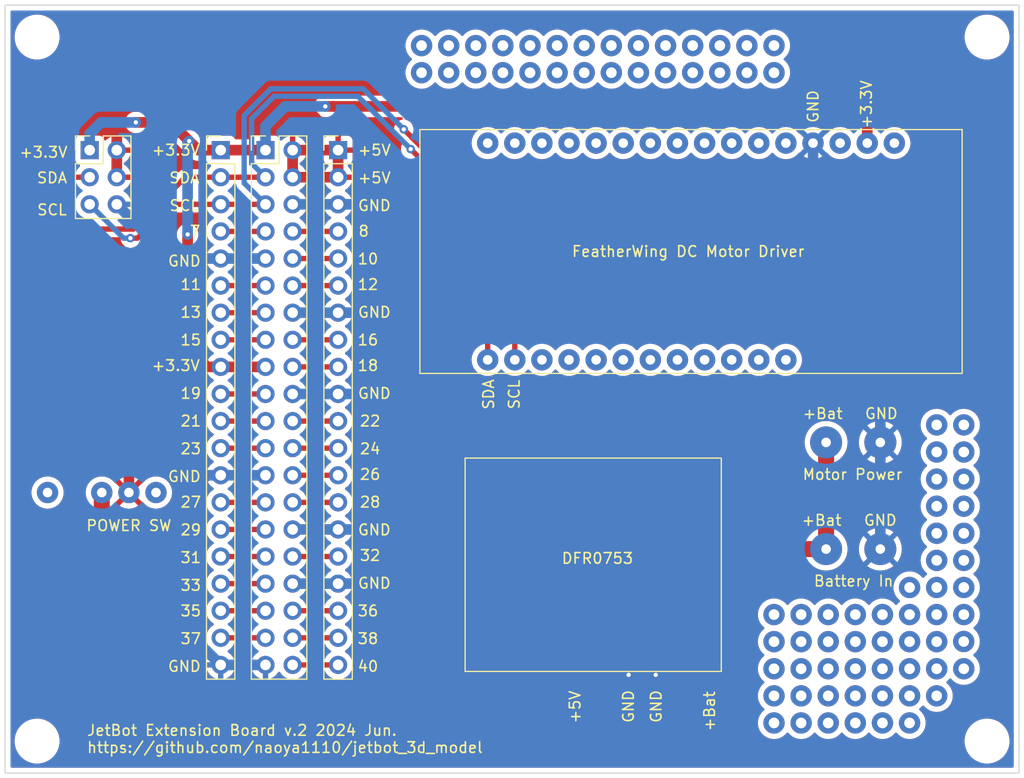
<source format=kicad_pcb>
(kicad_pcb (version 20211014) (generator pcbnew)
  (layers (0 "F.Cu" signal) (31 "B.Cu" signal) (34 "B.Paste" user) (35 "F.Paste" user) (36 "B.SilkS" user "B.Silkscreen") (37 "F.SilkS" user "F.Silkscreen") (38 "B.Mask" user) (39 "F.Mask" user) (44 "Edge.Cuts" user))
  (net 0 "")
  (net 1 "+5V")
  (net 2 "GND")
  (net 4 "+3.3V")
  (net 28 "I2C_2_SCL")
  (net 29 "I2C_2_SDA")
  (net 31 "Net-(J2-Pad7)")
  (net 32 "Net-(J2-Pad8)")
  (net 33 "Net-(J2-Pad10)")
  (net 34 "Net-(J2-Pad11)")
  (net 35 "Net-(J2-Pad12)")
  (net 36 "Net-(J2-Pad13)")
  (net 37 "Net-(J2-Pad15)")
  (net 38 "Net-(J2-Pad16)")
  (net 39 "Net-(J2-Pad18)")
  (net 40 "Net-(J2-Pad19)")
  (net 41 "Net-(J2-Pad21)")
  (net 42 "Net-(J2-Pad22)")
  (net 43 "Net-(J2-Pad23)")
  (net 44 "Net-(J2-Pad24)")
  (net 45 "Net-(J2-Pad26)")
  (net 46 "Net-(J2-Pad27)")
  (net 47 "Net-(J2-Pad28)")
  (net 48 "Net-(J2-Pad29)")
  (net 49 "Net-(J2-Pad31)")
  (net 50 "Net-(J2-Pad32)")
  (net 51 "Net-(J2-Pad33)")
  (net 52 "Net-(J2-Pad35)")
  (net 53 "Net-(J2-Pad36)")
  (net 54 "Net-(J2-Pad37)")
  (net 55 "Net-(J2-Pad38)")
  (net 56 "Net-(J2-Pad40)")
  (net 57 "+9V")
  (net 58 "Net-(SW1-Pad1)")
  (footprint "" (layer "F.Cu") (at 205.74 106.68)
    (fp_text reference "")
    (fp_text value "")
  )
  (footprint "" (layer "F.Cu") (at 160.02 53.34)
    (fp_text reference "")
    (fp_text value "")
  )
  (footprint "" (layer "F.Cu") (at 167.64 50.8)
    (fp_text reference "")
    (fp_text value "")
  )
  (footprint "" (layer "F.Cu") (at 198.12 106.68)
    (fp_text reference "")
    (fp_text value "")
  )
  (footprint "" (layer "F.Cu") (at 208.28 96.52)
    (fp_text reference "")
    (fp_text value "")
  )
  (footprint "" (layer "F.Cu") (at 203.2 109.22)
    (fp_text reference "")
    (fp_text value "")
  )
  (footprint "" (layer "F.Cu") (at 210.82 96.52)
    (fp_text reference "")
    (fp_text value "")
  )
  (footprint "" (layer "F.Cu") (at 193.04 50.8)
    (fp_text reference "")
    (fp_text value "")
  )
  (footprint "" (layer "F.Cu") (at 195.58 109.22)
    (fp_text reference "")
    (fp_text value "")
  )
  (footprint "" (layer "F.Cu") (at 195.58 106.68)
    (fp_text reference "")
    (fp_text value "")
  )
  (footprint "MountingHole:MountingHole_3.2mm_M3" (layer "F.Cu") (at 213 50)
    (fp_text reference "REF**" hide)
    (fp_text value "MountingHole_3.2mm_M3" hide)
  )
  (footprint "" (layer "F.Cu") (at 200.66 114.3)
    (fp_text reference "")
    (fp_text value "")
  )
  (footprint "" (layer "F.Cu") (at 177.8 53.34)
    (fp_text reference "")
    (fp_text value "")
  )
  (footprint "" (layer "F.Cu") (at 165.1 50.8)
    (fp_text reference "")
    (fp_text value "")
  )
  (footprint "Connector_PinHeader_2.54mm:PinHeader_1x20_P2.54mm_Vertical" (layer "F.Cu") (at 152.2 60.6)
    (fp_text reference "J3" hide)
    (fp_text value "GPIO_even" hide)
  )
  (footprint "" (layer "F.Cu") (at 180.34 50.8)
    (fp_text reference "")
    (fp_text value "")
  )
  (footprint "" (layer "F.Cu") (at 193.04 104.14)
    (fp_text reference "")
    (fp_text value "")
  )
  (footprint "Connector_PinHeader_2.54mm:PinHeader_2x03_P2.54mm_Vertical" (layer "F.Cu") (at 128.925 60.6)
    (fp_text reference "J5" hide)
    (fp_text value "PiOLED 2x3" hide)
  )
  (footprint "" (layer "F.Cu") (at 172.72 50.8)
    (fp_text reference "")
    (fp_text value "")
  )
  (footprint "" (layer "F.Cu") (at 210.82 109.22)
    (fp_text reference "")
    (fp_text value "")
  )
  (footprint "" (layer "F.Cu") (at 198.12 111.76)
    (fp_text reference "")
    (fp_text value "")
  )
  (footprint "" (layer "F.Cu") (at 198.12 109.22)
    (fp_text reference "")
    (fp_text value "")
  )
  (footprint "" (layer "F.Cu") (at 203.2 111.76)
    (fp_text reference "")
    (fp_text value "")
  )
  (footprint "" (layer "F.Cu") (at 208.28 91.44)
    (fp_text reference "")
    (fp_text value "")
  )
  (footprint "" (layer "F.Cu") (at 205.74 111.76)
    (fp_text reference "")
    (fp_text value "")
  )
  (footprint "" (layer "F.Cu") (at 210.82 104.14)
    (fp_text reference "")
    (fp_text value "")
  )
  (footprint "" (layer "F.Cu") (at 203.2 106.68)
    (fp_text reference "")
    (fp_text value "")
  )
  (footprint "" (layer "F.Cu") (at 190.5 50.8)
    (fp_text reference "")
    (fp_text value "")
  )
  (footprint "" (layer "F.Cu") (at 177.8 50.8)
    (fp_text reference "")
    (fp_text value "")
  )
  (footprint "MountingHole:MountingHole_3.2mm_M3" (layer "F.Cu") (at 124 50)
    (fp_text reference "REF**" hide)
    (fp_text value "MountingHole_3.2mm_M3" hide)
  )
  (footprint "" (layer "F.Cu") (at 208.28 101.6)
    (fp_text reference "")
    (fp_text value "")
  )
  (footprint "" (layer "F.Cu") (at 205.74 114.3)
    (fp_text reference "")
    (fp_text value "")
  )
  (footprint "" (layer "F.Cu") (at 160.02 50.8)
    (fp_text reference "")
    (fp_text value "")
  )
  (footprint "" (layer "F.Cu") (at 193.04 53.34)
    (fp_text reference "")
    (fp_text value "")
  )
  (footprint "" (layer "F.Cu") (at 182.88 53.34)
    (fp_text reference "")
    (fp_text value "")
  )
  (footprint "extension_circuit_board:DFR0753" (layer "F.Cu") (at 176.5 98.87)
    (fp_text reference "U1" hide)
    (fp_text value "DFR0753" hide)
  )
  (footprint "" (layer "F.Cu") (at 187.96 53.34)
    (fp_text reference "")
    (fp_text value "")
  )
  (footprint "" (layer "F.Cu") (at 165.1 53.34)
    (fp_text reference "")
    (fp_text value "")
  )
  (footprint "" (layer "F.Cu") (at 193.04 106.68)
    (fp_text reference "")
    (fp_text value "")
  )
  (footprint "" (layer "F.Cu") (at 205.74 104.14)
    (fp_text reference "")
    (fp_text value "")
  )
  (footprint "" (layer "F.Cu") (at 195.58 104.14)
    (fp_text reference "")
    (fp_text value "")
  )
  (footprint "" (layer "F.Cu") (at 170.18 53.34)
    (fp_text reference "")
    (fp_text value "")
  )
  (footprint "" (layer "F.Cu") (at 200.66 106.68)
    (fp_text reference "")
    (fp_text value "")
  )
  (footprint "" (layer "F.Cu") (at 193.04 109.22)
    (fp_text reference "")
    (fp_text value "")
  )
  (footprint "" (layer "F.Cu") (at 195.58 111.76)
    (fp_text reference "")
    (fp_text value "")
  )
  (footprint "extension_circuit_board:Jetson Nano Power" (layer "F.Cu") (at 200.46 90.54)
    (fp_text reference "J6" hide)
    (fp_text value "Motor Power" hide)
  )
  (footprint "" (layer "F.Cu") (at 203.2 114.3)
    (fp_text reference "")
    (fp_text value "")
  )
  (footprint "" (layer "F.Cu") (at 200.66 104.14)
    (fp_text reference "")
    (fp_text value "")
  )
  (footprint "MountingHole:MountingHole_3.2mm_M3" (layer "F.Cu") (at 124 116)
    (fp_text reference "REF**" hide)
    (fp_text value "MountingHole_3.2mm_M3" hide)
  )
  (footprint "" (layer "F.Cu") (at 167.64 53.34)
    (fp_text reference "")
    (fp_text value "")
  )
  (footprint "" (layer "F.Cu") (at 198.12 114.3)
    (fp_text reference "")
    (fp_text value "")
  )
  (footprint "" (layer "F.Cu") (at 195.58 114.3)
    (fp_text reference "")
    (fp_text value "")
  )
  (footprint "" (layer "F.Cu") (at 185.42 50.8)
    (fp_text reference "")
    (fp_text value "")
  )
  (footprint "" (layer "F.Cu") (at 210.82 88.9)
    (fp_text reference "")
    (fp_text value "")
  )
  (footprint "" (layer "F.Cu") (at 210.82 93.98)
    (fp_text reference "")
    (fp_text value "")
  )
  (footprint "" (layer "F.Cu") (at 208.28 99.06)
    (fp_text reference "")
    (fp_text value "")
  )
  (footprint "Connector_PinHeader_2.54mm:PinHeader_1x20_P2.54mm_Vertical" (layer "F.Cu") (at 141.2 60.6)
    (fp_text reference "J1" hide)
    (fp_text value "GPIO_odd" hide)
  )
  (footprint "MountingHole:MountingHole_3.2mm_M3" (layer "F.Cu") (at 213 116)
    (fp_text reference "REF**" hide)
    (fp_text value "MountingHole_3.2mm_M3" hide)
  )
  (footprint "extension_circuit_board:FeatherWing_DC_Motor_Driver" (layer "F.Cu") (at 157.325 71.37 -90)
    (fp_text reference "J4" hide)
    (fp_text value "FeatherWing_DCmotor" hide)
  )
  (footprint "extension_circuit_board:Jetson Nano Power" (layer "F.Cu") (at 200.46 100.54)
    (fp_text reference "J7" hide)
    (fp_text value "Battery In")
  )
  (footprint "" (layer "F.Cu") (at 208.28 104.14)
    (fp_text reference "")
    (fp_text value "")
  )
  (footprint "" (layer "F.Cu") (at 185.42 53.34)
    (fp_text reference "")
    (fp_text value "")
  )
  (footprint "extension_circuit_board:AE_SW_TOGGLE" (layer "F.Cu") (at 122.44 92.7 -90)
    (fp_text reference "SW1" hide)
    (fp_text value "SW_SPDT" hide)
  )
  (footprint "" (layer "F.Cu") (at 187.96 50.8)
    (fp_text reference "")
    (fp_text value "")
  )
  (footprint "" (layer "F.Cu") (at 193.04 111.76)
    (fp_text reference "")
    (fp_text value "")
  )
  (footprint "" (layer "F.Cu") (at 210.82 86.36)
    (fp_text reference "")
    (fp_text value "")
  )
  (footprint "" (layer "F.Cu") (at 198.12 104.14)
    (fp_text reference "")
    (fp_text value "")
  )
  (footprint "" (layer "F.Cu") (at 205.74 101.6)
    (fp_text reference "")
    (fp_text value "")
  )
  (footprint "" (layer "F.Cu") (at 200.66 109.22)
    (fp_text reference "")
    (fp_text value "")
  )
  (footprint "" (layer "F.Cu") (at 182.88 50.8)
    (fp_text reference "")
    (fp_text value "")
  )
  (footprint "" (layer "F.Cu") (at 208.28 93.98)
    (fp_text reference "")
    (fp_text value "")
  )
  (footprint "" (layer "F.Cu") (at 205.74 109.22)
    (fp_text reference "")
    (fp_text value "")
  )
  (footprint "" (layer "F.Cu") (at 162.56 53.34)
    (fp_text reference "")
    (fp_text value "")
  )
  (footprint "" (layer "F.Cu") (at 208.28 111.76)
    (fp_text reference "")
    (fp_text value "")
  )
  (footprint "" (layer "F.Cu") (at 190.5 53.34)
    (fp_text reference "")
    (fp_text value "")
  )
  (footprint "" (layer "F.Cu") (at 210.82 91.44)
    (fp_text reference "")
    (fp_text value "")
  )
  (footprint "" (layer "F.Cu") (at 175.26 53.34)
    (fp_text reference "")
    (fp_text value "")
  )
  (footprint "" (layer "F.Cu") (at 208.28 109.22)
    (fp_text reference "")
    (fp_text value "")
  )
  (footprint "" (layer "F.Cu") (at 208.28 106.68)
    (fp_text reference "")
    (fp_text value "")
  )
  (footprint "" (layer "F.Cu") (at 200.66 111.76)
    (fp_text reference "")
    (fp_text value "")
  )
  (footprint "" (layer "F.Cu") (at 193.04 114.3)
    (fp_text reference "")
    (fp_text value "")
  )
  (footprint "" (layer "F.Cu") (at 180.34 53.34)
    (fp_text reference "")
    (fp_text value "")
  )
  (footprint "" (layer "F.Cu") (at 208.28 86.36)
    (fp_text reference "")
    (fp_text value "")
  )
  (footprint "" (layer "F.Cu") (at 210.813266 106.666533)
    (fp_text reference "")
    (fp_text value "")
  )
  (footprint "" (layer "F.Cu") (at 175.26 50.8)
    (fp_text reference "")
    (fp_text value "")
  )
  (footprint "" (layer "F.Cu") (at 172.72 53.34)
    (fp_text reference "")
    (fp_text value "")
  )
  (footprint "" (layer "F.Cu") (at 170.18 50.8)
    (fp_text reference "")
    (fp_text value "")
  )
  (footprint "" (layer "F.Cu") (at 208.28 88.9)
    (fp_text reference "")
    (fp_text value "")
  )
  (footprint "Connector_PinHeader_2.54mm:PinHeader_2x20_P2.54mm_Vertical" (layer "F.Cu") (at 145.4 60.6)
    (fp_text reference "J2" hide)
    (fp_text value "Jetson_Nano_GPIO" hide)
  )
  (footprint "" (layer "F.Cu") (at 210.82 101.6)
    (fp_text reference "")
    (fp_text value "")
  )
  (footprint "" (layer "F.Cu") (at 162.56 50.8)
    (fp_text reference "")
    (fp_text value "")
  )
  (footprint "" (layer "F.Cu") (at 203.2 104.14)
    (fp_text reference "")
    (fp_text value "")
  )
  (footprint "" (layer "F.Cu") (at 210.82 99.06)
    (fp_text reference "")
    (fp_text value "")
  )
  (gr_rect (start 121 47) (end 216 119) (layer "Edge.Cuts") (width 0.1) (fill none))
  (gr_text "16" (at 155 78.4) (layer "F.SilkS") (effects (font (size 1 1))))
  (gr_text "+5V" (at 174.4 112.8 90) (layer "F.SilkS") (effects (font (size 1 1))))
  (gr_text "GND" (at 155.6 75.8) (layer "F.SilkS") (effects (font (size 1 1))))
  (gr_text "13" (at 138.4 75.8) (layer "F.SilkS") (effects (font (size 1 1))))
  (gr_text "GND" (at 137.8 91.2) (layer "F.SilkS") (effects (font (size 1 1))))
  (gr_text "GND" (at 196.7 56.5 90) (layer "F.SilkS") (effects (font (size 1 1))))
  (gr_text "40" (at 155 109) (layer "F.SilkS") (effects (font (size 1 1))))
  (gr_text "SCL" (at 137.8 65.8) (layer "F.SilkS") (effects (font (size 1 1))))
  (gr_text "SCL" (at 168.7 83.5 90) (layer "F.SilkS") (effects (font (size 1 1))))
  (gr_text "+3.3V" (at 137 60.6) (layer "F.SilkS") (effects (font (size 1 1))))
  (gr_text "GND" (at 182 112.75 90) (layer "F.SilkS") (effects (font (size 1 1))))
  (gr_text "SDA" (at 125.4 63.2) (layer "F.SilkS") (effects (font (size 1 1))))
  (gr_text "+5V" (at 155.6 60.6) (layer "F.SilkS") (effects (font (size 1 1))))
  (gr_text "GND" (at 155.6 65.8) (layer "F.SilkS") (effects (font (size 1 1))))
  (gr_text "24" (at 155.2 88.6) (layer "F.SilkS") (effects (font (size 1 1))))
  (gr_text "35" (at 138.4 103.8) (layer "F.SilkS") (effects (font (size 1 1))))
  (gr_text "8" (at 154.6 68.2) (layer "F.SilkS") (effects (font (size 1 1))))
  (gr_text "21" (at 138.4 86) (layer "F.SilkS") (effects (font (size 1 1))))
  (gr_text "22" (at 155.2 86) (layer "F.SilkS") (effects (font (size 1 1))))
  (gr_text "JetBot Extension Board v.2 2024 Jun.\nhttps://github.com/naoya1110/jetbot_3d_model" (at 128.6 115.8) (layer "F.SilkS") (effects (font (size 1 1)) (justify left)))
  (gr_text "27" (at 138.4 93.6) (layer "F.SilkS") (effects (font (size 1 1))))
  (gr_text "26" (at 155.2 91) (layer "F.SilkS") (effects (font (size 1 1))))
  (gr_text "SCL" (at 125.4 66.2) (layer "F.SilkS") (effects (font (size 1 1))))
  (gr_text "SDA" (at 137.8 63.2) (layer "F.SilkS") (effects (font (size 1 1))))
  (gr_text "12" (at 155 73.2) (layer "F.SilkS") (effects (font (size 1 1))))
  (gr_text "+3.3V" (at 137 80.8) (layer "F.SilkS") (effects (font (size 1 1))))
  (gr_text "GND" (at 155.6 83.4) (layer "F.SilkS") (effects (font (size 1 1))))
  (gr_text "FeatherWing DC Motor Driver" (at 185 70.1) (layer "F.SilkS") (effects (font (size 1 1))))
  (gr_text "15" (at 138.4 78.4) (layer "F.SilkS") (effects (font (size 1 1))))
  (gr_text "38" (at 155 106.4) (layer "F.SilkS") (effects (font (size 1 1))))
  (gr_text "37" (at 138.4 106.4) (layer "F.SilkS") (effects (font (size 1 1))))
  (gr_text "GND" (at 203.1 85.3) (layer "F.SilkS") (effects (font (size 1 1))))
  (gr_text "GND" (at 203 95.3) (layer "F.SilkS") (effects (font (size 1 1))))
  (gr_text "36" (at 155 103.8) (layer "F.SilkS") (effects (font (size 1 1))))
  (gr_text "GND" (at 155.6 96.2) (layer "F.SilkS") (effects (font (size 1 1))))
  (gr_text "+3.3V" (at 201.7 56.3 90) (layer "F.SilkS") (effects (font (size 1 1))))
  (gr_text "POWER SW" (at 132.6 95.8) (layer "F.SilkS") (effects (font (size 1 1))))
  (gr_text "+3.3V" (at 124.6 60.8) (layer "F.SilkS") (effects (font (size 1 1))))
  (gr_text "SDA" (at 166.3 83.5 90) (layer "F.SilkS") (effects (font (size 1 1))))
  (gr_text "Motor Power" (at 200.4 91) (layer "F.SilkS") (effects (font (size 1 1))))
  (gr_text "+Bat" (at 197.5 95.3) (layer "F.SilkS") (effects (font (size 1 1))))
  (gr_text "GND" (at 137.8 109) (layer "F.SilkS") (effects (font (size 1 1))))
  (gr_text "+Bat" (at 187 113.2 90) (layer "F.SilkS") (effects (font (size 1 1))))
  (gr_text "28" (at 155.2 93.6) (layer "F.SilkS") (effects (font (size 1 1))))
  (gr_text "GND" (at 179.4 112.75 90) (layer "F.SilkS") (effects (font (size 1 1))))
  (gr_text "32" (at 155.2 98.6) (layer "F.SilkS") (effects (font (size 1 1))))
  (gr_text "33" (at 138.4 101.4) (layer "F.SilkS") (effects (font (size 1 1))))
  (gr_text "GND" (at 155.6 101.2) (layer "F.SilkS") (effects (font (size 1 1))))
  (gr_text "11" (at 138.4 73.2) (layer "F.SilkS") (effects (font (size 1 1))))
  (gr_text "+5V" (at 155.6 63.2) (layer "F.SilkS") (effects (font (size 1 1))))
  (gr_text "18" (at 155 80.8) (layer "F.SilkS") (effects (font (size 1 1))))
  (gr_text "GND" (at 137.8 71) (layer "F.SilkS") (effects (font (size 1 1))))
  (gr_text "7" (at 138.8 68.2) (layer "F.SilkS") (effects (font (size 1 1))))
  (gr_text "23" (at 138.4 88.6) (layer "F.SilkS") (effects (font (size 1 1))))
  (gr_text "29" (at 138.4 96.2) (layer "F.SilkS") (effects (font (size 1 1))))
  (gr_text "19" (at 138.4 83.4) (layer "F.SilkS") (effects (font (size 1 1))))
  (gr_text "10" (at 155 70.8) (layer "F.SilkS") (effects (font (size 1 1))))
  (gr_text "+Bat" (at 197.6 85.3) (layer "F.SilkS") (effects (font (size 1 1))))
  (gr_text "31" (at 138.4 98.8) (layer "F.SilkS") (effects (font (size 1 1))))
  (segment (start 152.2 63.14) (end 147.94 63.14) (width 1) (layer "F.Cu") (net 1))
  (segment (start 133.25 56.5) (end 149 56.5) (width 1) (layer "F.Cu") (net 1))
  (segment (start 131.465 57.535) (end 132.5 56.5) (width 1) (layer "F.Cu") (net 1))
  (segment (start 150.1 60.6) (end 152.2 60.6) (width 1) (layer "F.Cu") (net 1))
  (segment (start 124.75 58.25) (end 124.75 81.5) (width 1) (layer "F.Cu") (net 1))
  (segment (start 131.465 63.14) (end 131.465 61.835) (width 1) (layer "F.Cu") (net 1))
  (segment (start 149 56.5) (end 150.1 57.6) (width 1) (layer "F.Cu") (net 1))
  (segment (start 133.25 56.5) (end 126.5 56.5) (width 1) (layer "F.Cu") (net 1))
  (segment (start 131.465 61.835) (end 131.465 60.6) (width 1) (layer "F.Cu") (net 1))
  (segment (start 126.5 56.5) (end 124.75 58.25) (width 1) (layer "F.Cu") (net 1))
  (segment (start 132.6 89.35) (end 132.6 92.7) (width 1) (layer "F.Cu") (net 1))
  (segment (start 124.75 81.5) (end 132.6 89.35) (width 1) (layer "F.Cu") (net 1))
  (segment (start 147.94 60.6) (end 150.1 60.6) (width 1) (layer "F.Cu") (net 1))
  (segment (start 132.5 56.5) (end 133.25 56.5) (width 1) (layer "F.Cu") (net 1))
  (segment (start 150.1 57.6) (end 150.1 60.6) (width 1) (layer "F.Cu") (net 1))
  (segment (start 152.2 63.14) (end 152.2 60.6) (width 1) (layer "F.Cu") (net 1))
  (segment (start 131.465 60.6) (end 131.465 57.535) (width 1) (layer "F.Cu") (net 1))
  (segment (start 147.94 60.6) (end 147.94 63.14) (width 1) (layer "F.Cu") (net 1))
  (via (at 181.96 109.79) (size 0.8) (drill 0.4) (layers "F.Cu" "B.Cu") (net 2))
  (via (at 179.42 109.79) (size 0.8) (drill 0.4) (layers "F.Cu" "B.Cu") (net 2))
  (segment (start 154.9 109.9) (end 154.9 100.4) (width 1) (layer "B.Cu") (net 2))
  (segment (start 203 75.8) (end 203 88) (width 1) (layer "B.Cu") (net 2))
  (segment (start 133.75 67.965) (end 133.75 68) (width 1) (layer "B.Cu") (net 2))
  (segment (start 139.92 91.08) (end 139.14 91.86) (width 1) (layer "B.Cu") (net 2))
  (segment (start 154.06 101.24) (end 154.9 100.4) (width 1) (layer "B.Cu") (net 2))
  (segment (start 143.9 110.7) (end 154.1 110.7) (width 1) (layer "B.Cu") (net 2))
  (segment (start 188.16 93.78) (end 181.96 99.98) (width 1) (layer "B.Cu") (net 2))
  (segment (start 141.2 70.76) (end 145.4 70.76) (width 1) (layer "B.Cu") (net 2))
  (segment (start 153.74 96.16) (end 152.2 96.16) (width 1) (layer "B.Cu") (net 2))
  (segment (start 143.64 108.86) (end 143.64 110.44) (width 1) (layer "B.Cu") (net 2))
  (segment (start 203 93.78) (end 188.16 93.78) (width 1) (layer "B.Cu") (net 2))
  (segment (start 147.94 96.16) (end 152.2 96.16) (width 1) (layer "B.Cu") (net 2))
  (segment (start 147.94 83.46) (end 152.2 83.46) (width 1) (layer "B.Cu") (net 2))
  (segment (start 181.96 99.98) (end 181.96 109.79) (width 1) (layer "B.Cu") (net 2))
  (segment (start 153.86 83.46) (end 154.9 84.5) (width 1) (layer "B.Cu") (net 2))
  (segment (start 136.51 70.76) (end 139.16 70.76) (width 1) (layer "B.Cu") (net 2))
  (segment (start 155.1 76.1) (end 155.1 82.22) (width 1) (layer "B.Cu") (net 2))
  (segment (start 143.64 110.44) (end 143.9 110.7) (width 1) (layer "B.Cu") (net 2))
  (segment (start 154.9 84.5) (end 154.9 95) (width 1) (layer "B.Cu") (net 2))
  (segment (start 143.64 108.86) (end 141.2 108.86) (width 1) (layer "B.Cu") (net 2))
  (segment (start 141.2 91.08) (end 145.4 91.08) (width 1) (layer "B.Cu") (net 2))
  (segment (start 133.75 68) (end 136.51 70.76) (width 1) (layer "B.Cu") (net 2))
  (segment (start 147.94 101.24) (end 152.2 101.24) (width 1) (layer "B.Cu") (net 2))
  (segment (start 141.2 91.08) (end 139.92 91.08) (width 1) (layer "B.Cu") (net 2))
  (segment (start 155.1 82.22) (end 153.86 83.46) (width 1) (layer "B.Cu") (net 2))
  (segment (start 139.16 70.76) (end 141.2 70.76) (width 1) (layer "B.Cu") (net 2))
  (segment (start 139.14 106.84) (end 139.14 93.36) (width 1) (layer "B.Cu") (net 2))
  (segment (start 145.4 108.86) (end 143.64 108.86) (width 1) (layer "B.Cu") (net 2))
  (segment (start 152.2 75.84) (end 154.84 75.84) (width 1) (layer "B.Cu") (net 2))
  (segment (start 203 93.78) (end 203 98) (width 1) (layer "B.Cu") (net 2))
  (segment (start 196.695 69.495) (end 203 75.8) (width 1) (layer "B.Cu") (net 2))
  (segment (start 139.14 91.86) (end 139.14 93.36) (width 1) (layer "B.Cu") (net 2))
  (segment (start 139.14 93.36) (end 139.14 70.78) (width 1) (layer "B.Cu") (net 2))
  (segment (start 147.94 75.84) (end 152.2 75.84) (width 1) (layer "B.Cu") (net 2))
  (segment (start 196.695 69.495) (end 157.695 69.495) (width 1) (layer "B.Cu") (net 2))
  (segment (start 152.2 65.68) (end 153.88 65.68) (width 1) (layer "B.Cu") (net 2))
  (segment (start 152.2 101.24) (end 154.06 101.24) (width 1) (layer "B.Cu") (net 2))
  (segment (start 139.84 107.5) (end 139.8 107.5) (width 1) (layer "B.Cu") (net 2))
  (segment (start 152.2 83.46) (end 153.86 83.46) (width 1) (layer "B.Cu") (net 2))
  (segment (start 153.88 65.68) (end 155.1 66.9) (width 1) (layer "B.Cu") (net 2))
  (segment (start 154.1 110.7) (end 154.9 109.9) (width 1) (layer "B.Cu") (net 2))
  (segment (start 147.94 65.68) (end 152.2 65.68) (width 1) (layer "B.Cu") (net 2))
  (segment (start 154.84 75.84) (end 155.1 76.1) (width 1) (layer "B.Cu") (net 2))
  (segment (start 181.96 109.79) (end 179.42 109.79) (width 1) (layer "B.Cu") (net 2))
  (segment (start 139.8 107.5) (end 139.14 106.84) (width 1) (layer "B.Cu") (net 2))
  (segment (start 154.9 95) (end 153.74 96.16) (width 1) (layer "B.Cu") (net 2))
  (segment (start 157.695 69.495) (end 155.1 66.9) (width 1) (layer "B.Cu") (net 2))
  (segment (start 154.9 100.4) (end 154.9 95) (width 1) (layer "B.Cu") (net 2))
  (segment (start 139.14 70.78) (end 139.16 70.76) (width 1) (layer "B.Cu") (net 2))
  (segment (start 131.465 65.68) (end 133.75 67.965) (width 1) (layer "B.Cu") (net 2))
  (segment (start 203 88) (end 203 93.78) (width 1) (layer "B.Cu") (net 2))
  (segment (start 196.695 59.94) (end 196.695 69.495) (width 1) (layer "B.Cu") (net 2))
  (segment (start 141.2 108.86) (end 139.84 107.5) (width 1) (layer "B.Cu") (net 2))
  (segment (start 155.1 66.9) (end 155.1 76.1) (width 1) (layer "B.Cu") (net 2))
  (segment (start 139.92 80.92) (end 138.1 79.1) (width 1) (layer "F.Cu") (net 4))
  (segment (start 145.4 60.6) (end 143.3 60.6) (width 1) (layer "F.Cu") (net 4))
  (segment (start 151.75 56.5) (end 151 56.5) (width 1) (layer "F.Cu") (net 4))
  (segment (start 138.25 59.75) (end 136.5 58) (width 1) (layer "F.Cu") (net 4))
  (segment (start 141.2 80.92) (end 145.4 80.92) (width 1) (layer "F.Cu") (net 4))
  (segment (start 138.1 79.1) (end 138.1 68.5) (width 1) (layer "F.Cu") (net 4))
  (segment (start 139.1 60.6) (end 138.25 59.75) (width 1) (layer "F.Cu") (net 4))
  (segment (start 141.2 60.6) (end 139.1 60.6) (width 1) (layer "F.Cu") (net 4))
  (segment (start 136.5 58) (end 133.25 58) (width 1) (layer "F.Cu") (net 4))
  (segment (start 201.775 59.94) (end 201.775 58.025) (width 1) (layer "F.Cu") (net 4))
  (segment (start 200.25 56.5) (end 151.75 56.5) (width 1) (layer "F.Cu") (net 4))
  (segment (start 141.2 80.92) (end 139.92 80.92) (width 1) (layer "F.Cu") (net 4))
  (segment (start 201.775 58.025) (end 201.25 57.5) (width 1) (layer "F.Cu") (net 4))
  (segment (start 201.25 57.5) (end 200.25 56.5) (width 1) (layer "F.Cu") (net 4))
  (segment (start 143.3 60.6) (end 141.2 60.6) (width 1) (layer "F.Cu") (net 4))
  (via (at 138.25 59.75) (size 0.8) (drill 0.4) (layers "F.Cu" "B.Cu") (net 4))
  (via (at 138.1 68.5) (size 0.8) (drill 0.4) (layers "F.Cu" "B.Cu") (net 4))
  (via (at 133.25 58) (size 0.8) (drill 0.4) (layers "F.Cu" "B.Cu") (net 4))
  (via (at 151 56.5) (size 0.8) (drill 0.4) (layers "F.Cu" "B.Cu") (net 4))
  (segment (start 138.1 68.5) (end 138.1 59.9) (width 1) (layer "B.Cu") (net 4))
  (segment (start 128.925 59.075) (end 130 58) (width 1) (layer "B.Cu") (net 4))
  (segment (start 138.1 59.9) (end 138.25 59.75) (width 1) (layer "B.Cu") (net 4))
  (segment (start 151 56.5) (end 147.25 56.5) (width 1) (layer "B.Cu") (net 4))
  (segment (start 128.925 60.6) (end 128.925 59.075) (width 1) (layer "B.Cu") (net 4))
  (segment (start 147.25 56.5) (end 145.4 58.35) (width 1) (layer "B.Cu") (net 4))
  (segment (start 145.4 58.35) (end 145.4 60.6) (width 1) (layer "B.Cu") (net 4))
  (segment (start 133.25 58) (end 130 58) (width 1) (layer "B.Cu") (net 4))
  (segment (start 138.82 65.68) (end 141.2 65.68) (width 0.5) (layer "F.Cu") (net 28))
  (segment (start 135.25 67) (end 133.4005 68.8495) (width 0.5) (layer "F.Cu") (net 28))
  (segment (start 138.82 65.68) (end 136.57 65.68) (width 0.5) (layer "F.Cu") (net 28))
  (segment (start 168.75 69.047918) (end 158.351394 58.649312) (width 0.5) (layer "F.Cu") (net 28))
  (segment (start 133.4005 68.8495) (end 132.74005 68.8495) (width 0.5) (layer "F.Cu") (net 28))
  (segment (start 168.755 70.005) (end 168.75 70) (width 0.5) (layer "F.Cu") (net 28))
  (segment (start 136.57 65.68) (end 135.25 67) (width 0.5) (layer "F.Cu") (net 28))
  (segment (start 158.351394 58.649312) (end 158.350688 58.649312) (width 0.5) (layer "F.Cu") (net 28))
  (segment (start 168.75 70) (end 168.75 69.047918) (width 0.5) (layer "F.Cu") (net 28))
  (segment (start 168.755 80.26) (end 168.755 70.005) (width 0.5) (layer "F.Cu") (net 28))
  (segment (start 145.4 65.68) (end 141.2 65.68) (width 0.5) (layer "F.Cu") (net 28))
  (via (at 158.350688 58.649312) (size 0.8) (drill 0.4) (layers "F.Cu" "B.Cu") (net 28))
  (via (at 132.74005 68.8495) (size 0.8) (drill 0.4) (layers "F.Cu" "B.Cu") (net 28))
  (segment (start 145.9 54.85) (end 154.551376 54.85) (width 0.5) (layer "B.Cu") (net 28))
  (segment (start 132.0945 68.8495) (end 128.925 65.68) (width 0.5) (layer "B.Cu") (net 28))
  (segment (start 143.4 63.68) (end 143.4 57.35) (width 0.5) (layer "B.Cu") (net 28))
  (segment (start 145.4 65.68) (end 143.4 63.68) (width 0.5) (layer "B.Cu") (net 28))
  (segment (start 143.4 57.35) (end 145.9 54.85) (width 0.5) (layer "B.Cu") (net 28))
  (segment (start 132.74005 68.8495) (end 132.0945 68.8495) (width 0.5) (layer "B.Cu") (net 28))
  (segment (start 154.551376 54.85) (end 158.350688 58.649312) (width 0.5) (layer "B.Cu") (net 28))
  (segment (start 127.36 63.14) (end 126.75 63.75) (width 0.5) (layer "F.Cu") (net 29))
  (segment (start 127.5 68) (end 133.03 68) (width 0.5) (layer "F.Cu") (net 29))
  (segment (start 145.4 63.14) (end 141.2 63.14) (width 0.5) (layer "F.Cu") (net 29))
  (segment (start 126.75 67.25) (end 127.5 68) (width 0.5) (layer "F.Cu") (net 29))
  (segment (start 166.25 67.75) (end 159 60.5) (width 0.5) (layer "F.Cu") (net 29))
  (segment (start 126.75 63.75) (end 126.75 67.25) (width 0.5) (layer "F.Cu") (net 29))
  (segment (start 128.925 63.14) (end 127.36 63.14) (width 0.5) (layer "F.Cu") (net 29))
  (segment (start 166.215 67.785) (end 166.25 67.75) (width 0.5) (layer "F.Cu") (net 29))
  (segment (start 133.03 68) (end 137.89 63.14) (width 0.5) (layer "F.Cu") (net 29))
  (segment (start 141.2 63.14) (end 137.89 63.14) (width 0.5) (layer "F.Cu") (net 29))
  (segment (start 166.215 80.26) (end 166.215 67.785) (width 0.5) (layer "F.Cu") (net 29))
  (via (at 159 60.5) (size 0.8) (drill 0.4) (layers "F.Cu" "B.Cu") (net 29))
  (segment (start 154.05 55.55) (end 159 60.5) (width 0.5) (layer "B.Cu") (net 29))
  (segment (start 145.4 63.14) (end 144.1 61.84) (width 0.5) (layer "B.Cu") (net 29))
  (segment (start 144.1 61.84) (end 144.1 57.65) (width 0.5) (layer "B.Cu") (net 29))
  (segment (start 146.2 55.55) (end 154.05 55.55) (width 0.5) (layer "B.Cu") (net 29))
  (segment (start 144.1 57.65) (end 146.2 55.55) (width 0.5) (layer "B.Cu") (net 29))
  (segment (start 141.2 68.22) (end 145.4 68.22) (width 0.5) (layer "F.Cu") (net 31))
  (segment (start 147.94 68.22) (end 152.2 68.22) (width 0.5) (layer "F.Cu") (net 32))
  (segment (start 147.94 70.76) (end 152.2 70.76) (width 0.5) (layer "F.Cu") (net 33))
  (segment (start 141.2 73.3) (end 145.4 73.3) (width 0.5) (layer "F.Cu") (net 34))
  (segment (start 147.94 73.3) (end 152.2 73.3) (width 0.5) (layer "F.Cu") (net 35))
  (segment (start 141.2 75.84) (end 145.4 75.84) (width 0.5) (layer "F.Cu") (net 36))
  (segment (start 141.2 78.38) (end 145.4 78.38) (width 0.5) (layer "F.Cu") (net 37))
  (segment (start 147.94 78.38) (end 152.2 78.38) (width 0.5) (layer "F.Cu") (net 38))
  (segment (start 147.94 80.92) (end 152.2 80.92) (width 0.5) (layer "F.Cu") (net 39))
  (segment (start 141.2 83.46) (end 145.4 83.46) (width 0.5) (layer "F.Cu") (net 40))
  (segment (start 141.2 86) (end 145.4 86) (width 0.5) (layer "F.Cu") (net 41))
  (segment (start 147.94 86) (end 152.2 86) (width 0.5) (layer "F.Cu") (net 42))
  (segment (start 141.2 88.54) (end 145.4 88.54) (width 0.5) (layer "F.Cu") (net 43))
  (segment (start 147.94 88.54) (end 152.2 88.54) (width 0.5) (layer "F.Cu") (net 44))
  (segment (start 147.94 91.08) (end 152.2 91.08) (width 0.5) (layer "F.Cu") (net 45))
  (segment (start 141.2 93.62) (end 145.4 93.62) (width 0.5) (layer "F.Cu") (net 46))
  (segment (start 147.94 93.62) (end 152.2 93.62) (width 0.5) (layer "F.Cu") (net 47))
  (segment (start 141.2 96.16) (end 145.4 96.16) (width 0.5) (layer "F.Cu") (net 48))
  (segment (start 141.2 98.7) (end 145.4 98.7) (width 0.5) (layer "F.Cu") (net 49))
  (segment (start 147.94 98.7) (end 152.2 98.7) (width 0.5) (layer "F.Cu") (net 50))
  (segment (start 145.4 101.24) (end 141.2 101.24) (width 0.5) (layer "F.Cu") (net 51))
  (segment (start 145.4 103.78) (end 141.2 103.78) (width 0.5) (layer "F.Cu") (net 52))
  (segment (start 147.94 103.78) (end 152.2 103.78) (width 0.5) (layer "F.Cu") (net 53))
  (segment (start 145.4 106.32) (end 141.2 106.32) (width 0.5) (layer "F.Cu") (net 54))
  (segment (start 147.94 106.32) (end 152.2 106.32) (width 0.5) (layer "F.Cu") (net 55))
  (segment (start 147.94 108.86) (end 152.2 108.86) (width 0.5) (layer "F.Cu") (net 56))
  (segment (start 197.92 98) (end 189.02 98) (width 1.5) (layer "F.Cu") (net 57))
  (segment (start 187.04 99.98) (end 187.04 109.79) (width 1.5) (layer "F.Cu") (net 57))
  (segment (start 197.92 88) (end 197.92 98) (width 1.5) (layer "F.Cu") (net 57))
  (segment (start 189.02 98) (end 187.04 99.98) (width 1.5) (layer "F.Cu") (net 57))
  (segment (start 169.5 116) (end 170.75 116) (width 1) (layer "F.Cu") (net 58))
  (segment (start 130.06 112.81) (end 133.25 116) (width 1.5) (layer "F.Cu") (net 58))
  (segment (start 174.34 113.66) (end 172 116) (width 1.5) (layer "F.Cu") (net 58))
  (segment (start 133.25 116) (end 170.75 116) (width 1.5) (layer "F.Cu") (net 58))
  (segment (start 170.75 116) (end 172 116) (width 1) (layer "F.Cu") (net 58))
  (segment (start 172 116) (end 168.25 116) (width 1.5) (layer "F.Cu") (net 58))
  (segment (start 130.06 92.7) (end 130.06 112.81) (width 1.5) (layer "F.Cu") (net 58))
  (segment (start 174.34 109.79) (end 174.34 113.66) (width 1.5) (layer "F.Cu") (net 58))
  (segment (start 132.75 116) (end 168.25 116) (width 1) (layer "F.Cu") (net 58))
  (segment (start 168.25 116) (end 169.5 116) (width 1) (layer "F.Cu") (net 58))
  (zone (net 1) (net_name "+5V") (layer "F.Cu") (connect_pads (clearance 0.508)) (min_thickness 0.254) (fill yes (thermal_gap 0.508) (thermal_bridge_width 0.508))
    (polygon (pts (xy 216 119) (xy 121 119) (xy 121 47) (xy 216 47)))
  )
  (zone (net 2) (net_name "GND") (layer "B.Cu") (connect_pads (clearance 0.508)) (min_thickness 0.254) (fill yes (thermal_gap 0.508) (thermal_bridge_width 0.508))
    (polygon (pts (xy 216 119) (xy 121 119) (xy 121 47) (xy 216 47)))
  )
)
</source>
